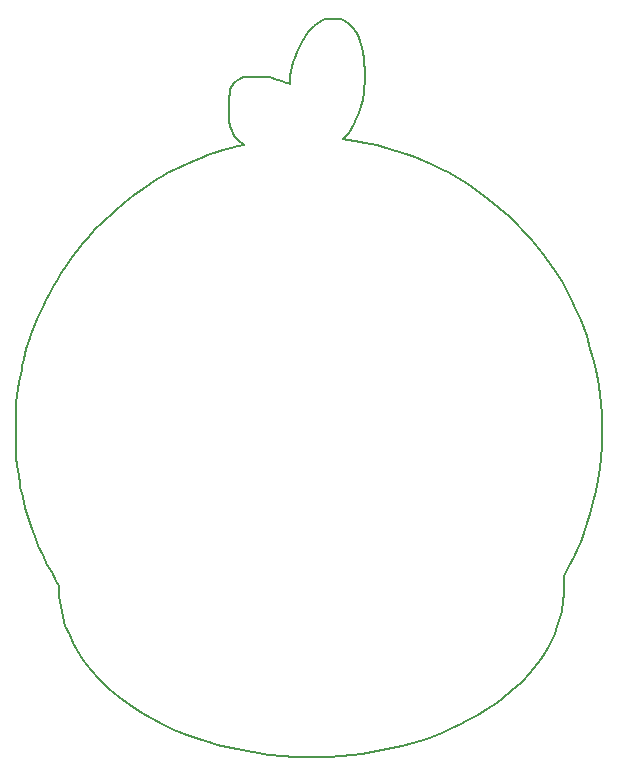
<source format=gm1>
G04 #@! TF.FileFunction,Profile,NP*
%FSLAX46Y46*%
G04 Gerber Fmt 4.6, Leading zero omitted, Abs format (unit mm)*
G04 Created by KiCad (PCBNEW 4.0.7) date 05/31/18 00:16:50*
%MOMM*%
%LPD*%
G01*
G04 APERTURE LIST*
%ADD10C,0.100000*%
%ADD11C,0.150000*%
G04 APERTURE END LIST*
D10*
D11*
X110490000Y-78079600D02*
X110845600Y-78282800D01*
X109474000Y-77622400D02*
X110490000Y-78079600D01*
X108864400Y-77317600D02*
X109474000Y-77622400D01*
X108102400Y-77012800D02*
X108864400Y-77317600D01*
X107289600Y-76708000D02*
X108102400Y-77012800D01*
X106476800Y-76454000D02*
X107289600Y-76708000D01*
X105664000Y-76200000D02*
X106476800Y-76454000D01*
X104902000Y-75996800D02*
X105664000Y-76200000D01*
X103835200Y-75793600D02*
X104902000Y-75996800D01*
X102971600Y-75641200D02*
X103835200Y-75793600D01*
X102412800Y-75539600D02*
X102971600Y-75641200D01*
X101955600Y-75488800D02*
X102412800Y-75539600D01*
X102463600Y-74930000D02*
X101955600Y-75488800D01*
X102920800Y-74218800D02*
X102463600Y-74930000D01*
X103124000Y-73761600D02*
X102920800Y-74218800D01*
X103327200Y-73304400D02*
X103124000Y-73761600D01*
X103530400Y-72644000D02*
X103327200Y-73304400D01*
X103682800Y-72136000D02*
X103530400Y-72644000D01*
X103784400Y-71475600D02*
X103682800Y-72136000D01*
X103784400Y-71221600D02*
X103784400Y-71475600D01*
X103835200Y-70561200D02*
X103784400Y-71221600D01*
X103835200Y-69900800D02*
X103835200Y-70561200D01*
X103835200Y-69697600D02*
X103835200Y-69900800D01*
X103784400Y-68986400D02*
X103835200Y-69697600D01*
X103784400Y-68681600D02*
X103784400Y-68986400D01*
X103682800Y-68122800D02*
X103784400Y-68681600D01*
X103581200Y-67767200D02*
X103682800Y-68122800D01*
X103428800Y-67208400D02*
X103581200Y-67767200D01*
X103225600Y-66700400D02*
X103428800Y-67208400D01*
X103073200Y-66446400D02*
X103225600Y-66700400D01*
X102819200Y-66040000D02*
X103073200Y-66446400D01*
X102463600Y-65735200D02*
X102819200Y-66040000D01*
X102158800Y-65481200D02*
X102463600Y-65735200D01*
X101803200Y-65328800D02*
X102158800Y-65481200D01*
X100482400Y-65328800D02*
X101803200Y-65328800D01*
X100279200Y-65430400D02*
X100482400Y-65328800D01*
X99872800Y-65684400D02*
X100279200Y-65430400D01*
X99568000Y-65887600D02*
X99872800Y-65684400D01*
X99060000Y-66395600D02*
X99568000Y-65887600D01*
X98755200Y-66802000D02*
X99060000Y-66395600D01*
X98501200Y-67259200D02*
X98755200Y-66802000D01*
X98247200Y-67767200D02*
X98501200Y-67259200D01*
X98094800Y-68122800D02*
X98247200Y-67767200D01*
X97993200Y-68326000D02*
X98094800Y-68122800D01*
X97891600Y-68630800D02*
X97993200Y-68326000D01*
X97790000Y-68986400D02*
X97891600Y-68630800D01*
X97688400Y-69392800D02*
X97790000Y-68986400D01*
X97586800Y-69748400D02*
X97688400Y-69392800D01*
X97536000Y-70104000D02*
X97586800Y-69748400D01*
X97485200Y-70459600D02*
X97536000Y-70104000D01*
X97485200Y-70815200D02*
X97485200Y-70459600D01*
X97332800Y-70764400D02*
X97485200Y-70815200D01*
X97180400Y-70713600D02*
X97332800Y-70764400D01*
X96977200Y-70612000D02*
X97180400Y-70713600D01*
X96824800Y-70561200D02*
X96977200Y-70612000D01*
X96469200Y-70459600D02*
X96824800Y-70561200D01*
X96164400Y-70358000D02*
X96469200Y-70459600D01*
X96062800Y-70307200D02*
X96164400Y-70358000D01*
X95758000Y-70256400D02*
X96062800Y-70307200D01*
X95554800Y-70205600D02*
X95758000Y-70256400D01*
X95199200Y-70205600D02*
X95554800Y-70205600D01*
X94945200Y-70205600D02*
X95199200Y-70205600D01*
X94488000Y-70205600D02*
X94945200Y-70205600D01*
X93878400Y-70205600D02*
X94488000Y-70205600D01*
X93624400Y-70205600D02*
X93878400Y-70205600D01*
X93522800Y-70256400D02*
X93624400Y-70205600D01*
X93268800Y-70358000D02*
X93522800Y-70256400D01*
X92964000Y-70561200D02*
X93268800Y-70358000D01*
X92760800Y-70764400D02*
X92964000Y-70561200D01*
X92557600Y-71018400D02*
X92760800Y-70764400D01*
X92456000Y-71272400D02*
X92557600Y-71018400D01*
X92405200Y-71628000D02*
X92456000Y-71272400D01*
X92354400Y-71882000D02*
X92405200Y-71628000D01*
X92354400Y-71983600D02*
X92354400Y-71882000D01*
X92354400Y-72491600D02*
X92354400Y-71983600D01*
X92354400Y-73101200D02*
X92354400Y-72491600D01*
X92354400Y-73660000D02*
X92354400Y-73101200D01*
X92354400Y-74015600D02*
X92354400Y-73660000D01*
X92405200Y-74269600D02*
X92354400Y-74015600D01*
X92456000Y-74472800D02*
X92405200Y-74269600D01*
X92557600Y-74726800D02*
X92456000Y-74472800D01*
X92710000Y-75031600D02*
X92557600Y-74726800D01*
X92862400Y-75285600D02*
X92710000Y-75031600D01*
X92964000Y-75387200D02*
X92862400Y-75285600D01*
X93268800Y-75692000D02*
X92964000Y-75387200D01*
X93472000Y-75844400D02*
X93268800Y-75692000D01*
X93624400Y-75946000D02*
X93472000Y-75844400D01*
X93116400Y-76047600D02*
X93624400Y-75946000D01*
X92506800Y-76200000D02*
X93116400Y-76047600D01*
X91846400Y-76403200D02*
X92506800Y-76200000D01*
X91033600Y-76657200D02*
X91846400Y-76403200D01*
X90474800Y-76860400D02*
X91033600Y-76657200D01*
X90220800Y-76962000D02*
X90474800Y-76860400D01*
X89560400Y-77216000D02*
X90220800Y-76962000D01*
X88747600Y-77571600D02*
X89560400Y-77216000D01*
X87884000Y-77978000D02*
X88747600Y-77571600D01*
X87122000Y-78384400D02*
X87884000Y-77978000D01*
X86766400Y-78587600D02*
X87122000Y-78384400D01*
X86258400Y-78892400D02*
X86766400Y-78587600D01*
X85648800Y-79248000D02*
X86258400Y-78892400D01*
X85039200Y-79705200D02*
X85648800Y-79248000D01*
X84277200Y-80213200D02*
X85039200Y-79705200D01*
X83413600Y-80924400D02*
X84277200Y-80213200D01*
X82651600Y-81534000D02*
X83413600Y-80924400D01*
X81584800Y-82550000D02*
X82651600Y-81534000D01*
X81026000Y-83108800D02*
X81584800Y-82550000D01*
X80416400Y-83820000D02*
X81026000Y-83108800D01*
X80010000Y-84277200D02*
X80416400Y-83820000D01*
X79451200Y-84988400D02*
X80010000Y-84277200D01*
X79044800Y-85496400D02*
X79451200Y-84988400D01*
X78587600Y-86156800D02*
X79044800Y-85496400D01*
X78130400Y-86817200D02*
X78587600Y-86156800D01*
X77825600Y-87325200D02*
X78130400Y-86817200D01*
X77419200Y-88036400D02*
X77825600Y-87325200D01*
X77165200Y-88493600D02*
X77419200Y-88036400D01*
X76809600Y-89103200D02*
X77165200Y-88493600D01*
X76555600Y-89712800D02*
X76809600Y-89103200D01*
X76403200Y-90068400D02*
X76555600Y-89712800D01*
X76352400Y-90170000D02*
X76403200Y-90068400D01*
X76098400Y-90678000D02*
X76352400Y-90170000D01*
X75844400Y-91389200D02*
X76098400Y-90678000D01*
X75590400Y-91998800D02*
X75844400Y-91389200D01*
X75488800Y-92354400D02*
X75590400Y-91998800D01*
X75184000Y-93268800D02*
X75488800Y-92354400D01*
X74980800Y-94132400D02*
X75184000Y-93268800D01*
X74828400Y-94691200D02*
X74980800Y-94132400D01*
X74777600Y-95046800D02*
X74828400Y-94691200D01*
X74574400Y-96012000D02*
X74777600Y-95046800D01*
X74472800Y-96672400D02*
X74574400Y-96012000D01*
X74320400Y-97739200D02*
X74472800Y-96672400D01*
X74269600Y-98552000D02*
X74320400Y-97739200D01*
X74269600Y-99720400D02*
X74269600Y-98552000D01*
X74269600Y-100838000D02*
X74269600Y-99720400D01*
X74269600Y-101650800D02*
X74269600Y-100838000D01*
X74320400Y-102514400D02*
X74269600Y-101650800D01*
X74371200Y-103073200D02*
X74320400Y-102514400D01*
X74523600Y-104038400D02*
X74371200Y-103073200D01*
X74625200Y-104597200D02*
X74523600Y-104038400D01*
X74676000Y-104902000D02*
X74625200Y-104597200D01*
X74879200Y-105816400D02*
X74676000Y-104902000D01*
X75082400Y-106730800D02*
X74879200Y-105816400D01*
X75387200Y-107696000D02*
X75082400Y-106730800D01*
X75641200Y-108508800D02*
X75387200Y-107696000D01*
X75996800Y-109372400D02*
X75641200Y-108508800D01*
X76200000Y-109931200D02*
X75996800Y-109372400D01*
X76555600Y-110693200D02*
X76200000Y-109931200D01*
X76962000Y-111556800D02*
X76555600Y-110693200D01*
X77317600Y-112166400D02*
X76962000Y-111556800D01*
X77724000Y-112877600D02*
X77317600Y-112166400D01*
X77978000Y-113334800D02*
X77724000Y-112877600D01*
X77978000Y-113487200D02*
X77978000Y-113334800D01*
X77978000Y-114249200D02*
X77978000Y-113487200D01*
X78079600Y-115011200D02*
X77978000Y-114249200D01*
X78282800Y-115976400D02*
X78079600Y-115011200D01*
X78486000Y-116687600D02*
X78282800Y-115976400D01*
X78841600Y-117500400D02*
X78486000Y-116687600D01*
X79146400Y-118160800D02*
X78841600Y-117500400D01*
X79502000Y-118770400D02*
X79146400Y-118160800D01*
X80010000Y-119583200D02*
X79502000Y-118770400D01*
X80670400Y-120446800D02*
X80010000Y-119583200D01*
X81330800Y-121158000D02*
X80670400Y-120446800D01*
X81838800Y-121666000D02*
X81330800Y-121158000D01*
X82194400Y-122021600D02*
X81838800Y-121666000D01*
X83058000Y-122732800D02*
X82194400Y-122021600D01*
X83921600Y-123393200D02*
X83058000Y-122732800D01*
X84937600Y-124053600D02*
X83921600Y-123393200D01*
X85902800Y-124612400D02*
X84937600Y-124053600D01*
X86817200Y-125069600D02*
X85902800Y-124612400D01*
X87680800Y-125476000D02*
X86817200Y-125069600D01*
X88798400Y-125933200D02*
X87680800Y-125476000D01*
X89814400Y-126288800D02*
X88798400Y-125933200D01*
X90932000Y-126644400D02*
X89814400Y-126288800D01*
X91338400Y-126746000D02*
X90932000Y-126644400D01*
X91744800Y-126847600D02*
X91338400Y-126746000D01*
X92557600Y-127050800D02*
X91744800Y-126847600D01*
X93014800Y-127152400D02*
X92557600Y-127050800D01*
X94335600Y-127406400D02*
X93014800Y-127152400D01*
X95758000Y-127609600D02*
X94335600Y-127406400D01*
X96926400Y-127711200D02*
X95758000Y-127609600D01*
X97840800Y-127762000D02*
X96926400Y-127711200D01*
X98094800Y-127762000D02*
X97840800Y-127762000D01*
X98602800Y-127762000D02*
X98094800Y-127762000D01*
X99771200Y-127762000D02*
X98602800Y-127762000D01*
X100685600Y-127762000D02*
X99771200Y-127762000D01*
X101854000Y-127711200D02*
X100685600Y-127762000D01*
X102768400Y-127609600D02*
X101854000Y-127711200D01*
X103632000Y-127508000D02*
X102768400Y-127609600D01*
X104902000Y-127304800D02*
X103632000Y-127508000D01*
X106121200Y-127050800D02*
X104902000Y-127304800D01*
X106984800Y-126847600D02*
X106121200Y-127050800D01*
X107950000Y-126593600D02*
X106984800Y-126847600D01*
X109067600Y-126238000D02*
X107950000Y-126593600D01*
X110388400Y-125730000D02*
X109067600Y-126238000D01*
X111201200Y-125374400D02*
X110388400Y-125730000D01*
X111963200Y-125018800D02*
X111201200Y-125374400D01*
X112420400Y-124764800D02*
X111963200Y-125018800D01*
X112928400Y-124510800D02*
X112420400Y-124764800D01*
X113436400Y-124206000D02*
X112928400Y-124510800D01*
X114198400Y-123748800D02*
X113436400Y-124206000D01*
X115011200Y-123190000D02*
X114198400Y-123748800D01*
X115519200Y-122834400D02*
X115011200Y-123190000D01*
X116230400Y-122224800D02*
X115519200Y-122834400D01*
X117144800Y-121412000D02*
X116230400Y-122224800D01*
X117805200Y-120700800D02*
X117144800Y-121412000D01*
X118719600Y-119532400D02*
X117805200Y-120700800D01*
X119075200Y-118973600D02*
X118719600Y-119532400D01*
X119430800Y-118414800D02*
X119075200Y-118973600D01*
X119938800Y-117348000D02*
X119430800Y-118414800D01*
X120142000Y-116738400D02*
X119938800Y-117348000D01*
X120294400Y-116281200D02*
X120142000Y-116738400D01*
X120497600Y-115468400D02*
X120294400Y-116281200D01*
X120650000Y-114604800D02*
X120497600Y-115468400D01*
X120700800Y-113995200D02*
X120650000Y-114604800D01*
X120700800Y-112928400D02*
X120700800Y-113995200D01*
X120700800Y-112471200D02*
X120700800Y-112928400D01*
X120802400Y-112318800D02*
X120700800Y-112471200D01*
X121158000Y-111658400D02*
X120802400Y-112318800D01*
X121564400Y-110845600D02*
X121158000Y-111658400D01*
X121869200Y-110134400D02*
X121564400Y-110845600D01*
X122123200Y-109575600D02*
X121869200Y-110134400D01*
X122377200Y-108864400D02*
X122123200Y-109575600D01*
X122682000Y-108000800D02*
X122377200Y-108864400D01*
X122936000Y-107188000D02*
X122682000Y-108000800D01*
X123190000Y-106222800D02*
X122936000Y-107188000D01*
X123393200Y-105308400D02*
X123190000Y-106222800D01*
X123596400Y-104343200D02*
X123393200Y-105308400D01*
X123748800Y-103327200D02*
X123596400Y-104343200D01*
X123850400Y-102514400D02*
X123748800Y-103327200D01*
X123901200Y-101498400D02*
X123850400Y-102514400D01*
X123901200Y-101193600D02*
X123901200Y-101498400D01*
X123901200Y-100076000D02*
X123901200Y-101193600D01*
X123901200Y-98856800D02*
X123901200Y-100076000D01*
X123850400Y-97840800D02*
X123901200Y-98856800D01*
X123748800Y-97129600D02*
X123850400Y-97840800D01*
X123647200Y-96418400D02*
X123748800Y-97129600D01*
X123545600Y-95859600D02*
X123647200Y-96418400D01*
X123393200Y-94996000D02*
X123545600Y-95859600D01*
X123240800Y-94386400D02*
X123393200Y-94996000D01*
X123088400Y-93726000D02*
X123240800Y-94386400D01*
X122936000Y-93218000D02*
X123088400Y-93726000D01*
X122631200Y-92151200D02*
X122936000Y-93218000D01*
X122123200Y-90830400D02*
X122631200Y-92151200D01*
X121666000Y-89763600D02*
X122123200Y-90830400D01*
X121361200Y-89154000D02*
X121666000Y-89763600D01*
X120954800Y-88341200D02*
X121361200Y-89154000D01*
X120497600Y-87528400D02*
X120954800Y-88341200D01*
X119786400Y-86410800D02*
X120497600Y-87528400D01*
X118922800Y-85191600D02*
X119786400Y-86410800D01*
X117906800Y-83921600D02*
X118922800Y-85191600D01*
X116128800Y-82042000D02*
X117906800Y-83921600D01*
X114300000Y-80518000D02*
X116128800Y-82042000D01*
X112572800Y-79298800D02*
X114300000Y-80518000D01*
X110845600Y-78282800D02*
X112572800Y-79298800D01*
M02*

</source>
